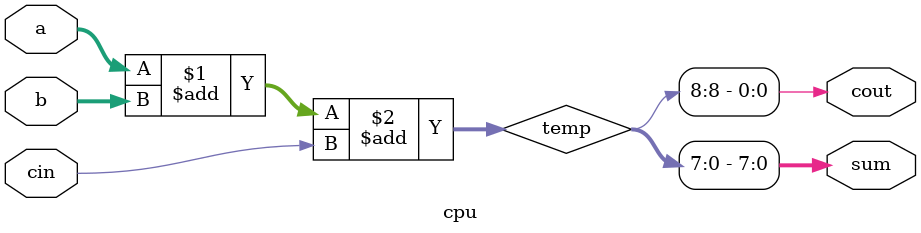
<source format=v>
`timescale 1ns / 1ps
module cpu(a, b, cin, sum, cout);
input [7:0] a;
input [7:0] b;
input cin;
output [7:0]sum;
output cout;
wire[8:0] temp;
assign temp=a+b+cin;
assign sum=temp[7:0];
assign cout=temp[8];

endmodule



</source>
